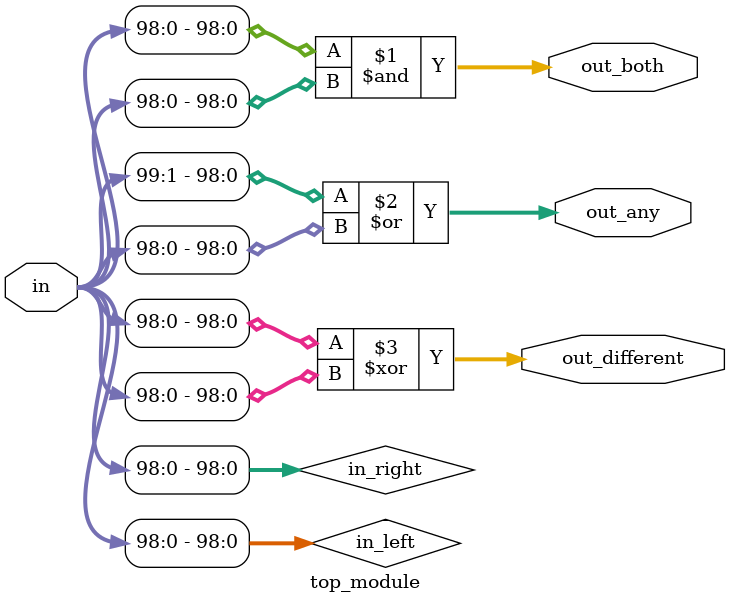
<source format=sv>
module top_module (
    input [99:0] in,
    output [98:0] out_both,
    output [99:1] out_any,
    output [99:0] out_different
);

// Internal wires
wire [98:0] in_left;
wire [99:1] in_right;

// Generate in_left by shifting in right by 1 bit
assign in_left = in[98:0];

// Generate in_right by shifting in left by 1 bit
assign in_right = {in[99], in[98:0]};

// out_both
assign out_both = in[98:0] & in_left;

// out_any
assign out_any = in[99:1] | in_right;

// out_different
assign out_different = in[98:0] ^ in_left;

endmodule

</source>
